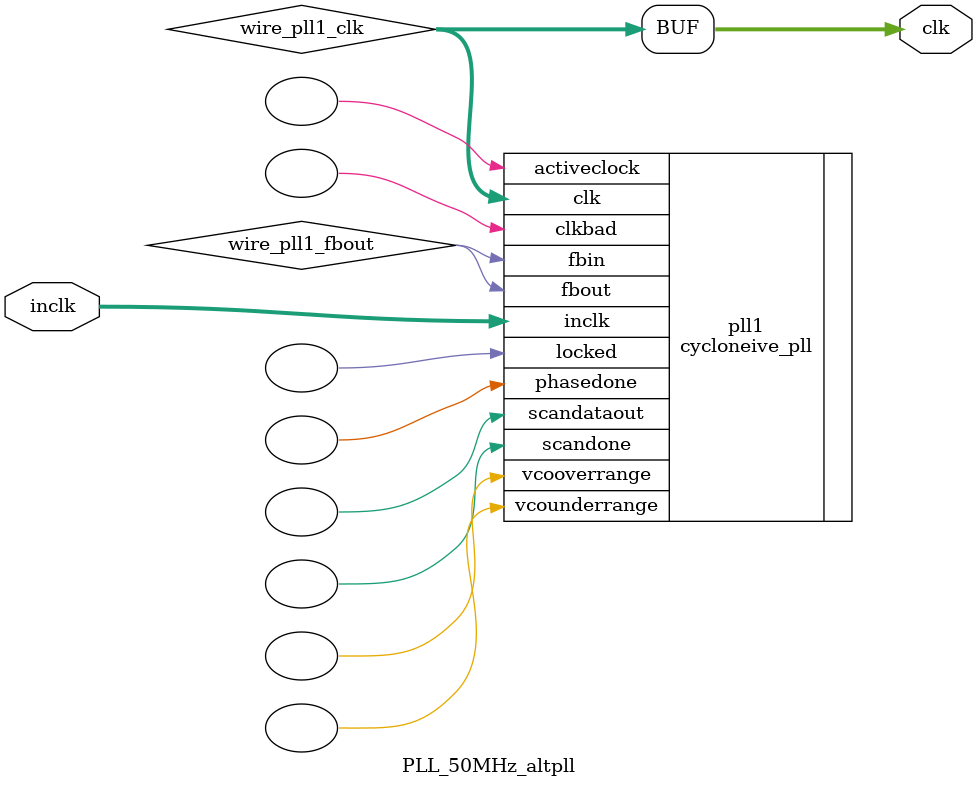
<source format=v>






//synthesis_resources = cycloneive_pll 1 
//synopsys translate_off
`timescale 1 ps / 1 ps
//synopsys translate_on
module  PLL_50MHz_altpll
	( 
	clk,
	inclk) /* synthesis synthesis_clearbox=1 */;
	output   [4:0]  clk;
	input   [1:0]  inclk;
`ifndef ALTERA_RESERVED_QIS
// synopsys translate_off
`endif
	tri0   [1:0]  inclk;
`ifndef ALTERA_RESERVED_QIS
// synopsys translate_on
`endif

	wire  [4:0]   wire_pll1_clk;
	wire  wire_pll1_fbout;

	cycloneive_pll   pll1
	( 
	.activeclock(),
	.clk(wire_pll1_clk),
	.clkbad(),
	.fbin(wire_pll1_fbout),
	.fbout(wire_pll1_fbout),
	.inclk(inclk),
	.locked(),
	.phasedone(),
	.scandataout(),
	.scandone(),
	.vcooverrange(),
	.vcounderrange()
	`ifndef FORMAL_VERIFICATION
	// synopsys translate_off
	`endif
	,
	.areset(1'b0),
	.clkswitch(1'b0),
	.configupdate(1'b0),
	.pfdena(1'b1),
	.phasecounterselect({3{1'b0}}),
	.phasestep(1'b0),
	.phaseupdown(1'b0),
	.scanclk(1'b0),
	.scanclkena(1'b1),
	.scandata(1'b0)
	`ifndef FORMAL_VERIFICATION
	// synopsys translate_on
	`endif
	);
	defparam
		pll1.bandwidth_type = "auto",
		pll1.clk0_divide_by = 2,
		pll1.clk0_duty_cycle = 50,
		pll1.clk0_multiply_by = 3,
		pll1.clk0_phase_shift = "0",
		pll1.clk1_divide_by = 3125,
		pll1.clk1_duty_cycle = 50,
		pll1.clk1_multiply_by = 64,
		pll1.clk1_phase_shift = "0",
		pll1.clk2_divide_by = 3125,
		pll1.clk2_duty_cycle = 50,
		pll1.clk2_multiply_by = 128,
		pll1.clk2_phase_shift = "0",
		pll1.compensate_clock = "clk0",
		pll1.inclk0_input_frequency = 20000,
		pll1.operation_mode = "normal",
		pll1.pll_type = "auto",
		pll1.lpm_type = "cycloneive_pll";
	assign
		clk = {wire_pll1_clk[4:0]};
endmodule //PLL_50MHz_altpll
//VALID FILE

</source>
